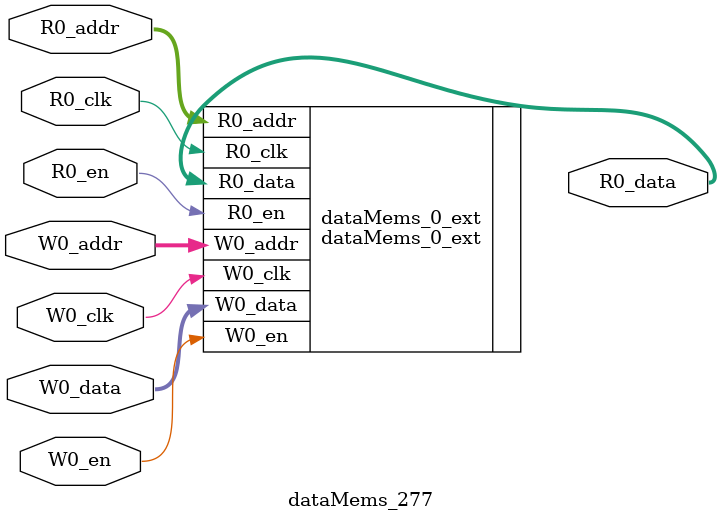
<source format=sv>
`ifndef RANDOMIZE
  `ifdef RANDOMIZE_REG_INIT
    `define RANDOMIZE
  `endif // RANDOMIZE_REG_INIT
`endif // not def RANDOMIZE
`ifndef RANDOMIZE
  `ifdef RANDOMIZE_MEM_INIT
    `define RANDOMIZE
  `endif // RANDOMIZE_MEM_INIT
`endif // not def RANDOMIZE

`ifndef RANDOM
  `define RANDOM $random
`endif // not def RANDOM

// Users can define 'PRINTF_COND' to add an extra gate to prints.
`ifndef PRINTF_COND_
  `ifdef PRINTF_COND
    `define PRINTF_COND_ (`PRINTF_COND)
  `else  // PRINTF_COND
    `define PRINTF_COND_ 1
  `endif // PRINTF_COND
`endif // not def PRINTF_COND_

// Users can define 'ASSERT_VERBOSE_COND' to add an extra gate to assert error printing.
`ifndef ASSERT_VERBOSE_COND_
  `ifdef ASSERT_VERBOSE_COND
    `define ASSERT_VERBOSE_COND_ (`ASSERT_VERBOSE_COND)
  `else  // ASSERT_VERBOSE_COND
    `define ASSERT_VERBOSE_COND_ 1
  `endif // ASSERT_VERBOSE_COND
`endif // not def ASSERT_VERBOSE_COND_

// Users can define 'STOP_COND' to add an extra gate to stop conditions.
`ifndef STOP_COND_
  `ifdef STOP_COND
    `define STOP_COND_ (`STOP_COND)
  `else  // STOP_COND
    `define STOP_COND_ 1
  `endif // STOP_COND
`endif // not def STOP_COND_

// Users can define INIT_RANDOM as general code that gets injected into the
// initializer block for modules with registers.
`ifndef INIT_RANDOM
  `define INIT_RANDOM
`endif // not def INIT_RANDOM

// If using random initialization, you can also define RANDOMIZE_DELAY to
// customize the delay used, otherwise 0.002 is used.
`ifndef RANDOMIZE_DELAY
  `define RANDOMIZE_DELAY 0.002
`endif // not def RANDOMIZE_DELAY

// Define INIT_RANDOM_PROLOG_ for use in our modules below.
`ifndef INIT_RANDOM_PROLOG_
  `ifdef RANDOMIZE
    `ifdef VERILATOR
      `define INIT_RANDOM_PROLOG_ `INIT_RANDOM
    `else  // VERILATOR
      `define INIT_RANDOM_PROLOG_ `INIT_RANDOM #`RANDOMIZE_DELAY begin end
    `endif // VERILATOR
  `else  // RANDOMIZE
    `define INIT_RANDOM_PROLOG_
  `endif // RANDOMIZE
`endif // not def INIT_RANDOM_PROLOG_

// Include register initializers in init blocks unless synthesis is set
`ifndef SYNTHESIS
  `ifndef ENABLE_INITIAL_REG_
    `define ENABLE_INITIAL_REG_
  `endif // not def ENABLE_INITIAL_REG_
`endif // not def SYNTHESIS

// Include rmemory initializers in init blocks unless synthesis is set
`ifndef SYNTHESIS
  `ifndef ENABLE_INITIAL_MEM_
    `define ENABLE_INITIAL_MEM_
  `endif // not def ENABLE_INITIAL_MEM_
`endif // not def SYNTHESIS

module dataMems_277(	// @[generators/ara/src/main/scala/UnsafeAXI4ToTL.scala:365:62]
  input  [4:0]  R0_addr,
  input         R0_en,
  input         R0_clk,
  output [66:0] R0_data,
  input  [4:0]  W0_addr,
  input         W0_en,
  input         W0_clk,
  input  [66:0] W0_data
);

  dataMems_0_ext dataMems_0_ext (	// @[generators/ara/src/main/scala/UnsafeAXI4ToTL.scala:365:62]
    .R0_addr (R0_addr),
    .R0_en   (R0_en),
    .R0_clk  (R0_clk),
    .R0_data (R0_data),
    .W0_addr (W0_addr),
    .W0_en   (W0_en),
    .W0_clk  (W0_clk),
    .W0_data (W0_data)
  );
endmodule


</source>
